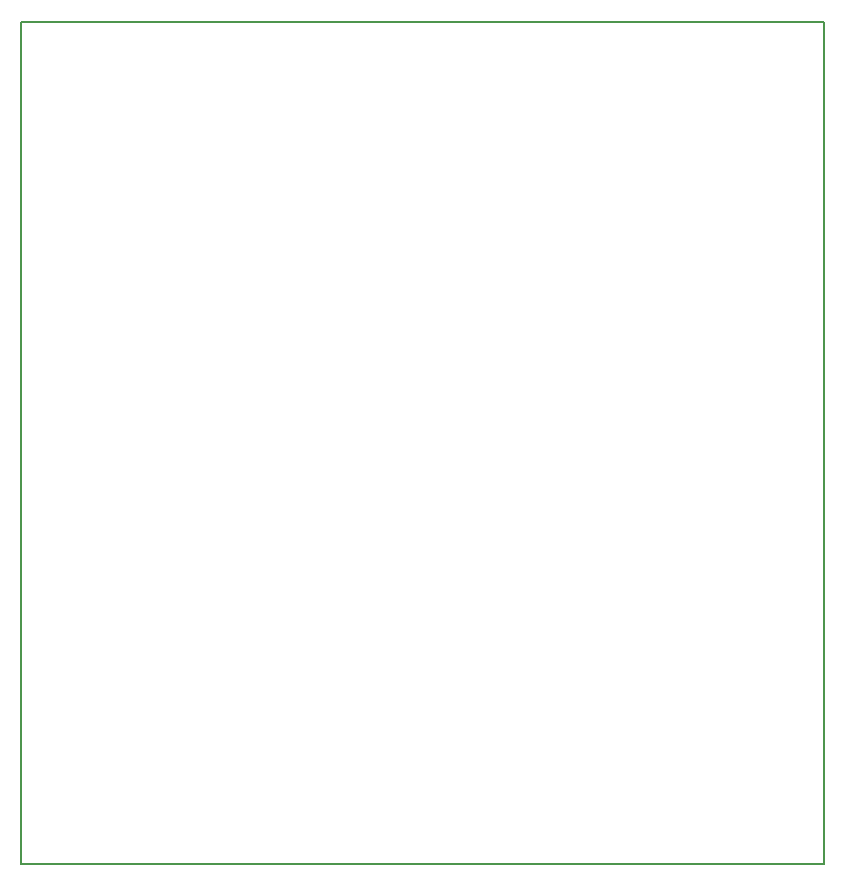
<source format=gm1>
G04 #@! TF.GenerationSoftware,KiCad,Pcbnew,(5.0.2)-1*
G04 #@! TF.CreationDate,2019-03-14T16:01:40+00:00*
G04 #@! TF.ProjectId,vca,7663612e-6b69-4636-9164-5f7063625858,rev?*
G04 #@! TF.SameCoordinates,Original*
G04 #@! TF.FileFunction,Profile,NP*
%FSLAX46Y46*%
G04 Gerber Fmt 4.6, Leading zero omitted, Abs format (unit mm)*
G04 Created by KiCad (PCBNEW (5.0.2)-1) date 14/03/2019 16:01:40*
%MOMM*%
%LPD*%
G01*
G04 APERTURE LIST*
%ADD10C,0.200000*%
G04 APERTURE END LIST*
D10*
X57658000Y-107061000D02*
X125603000Y-107061000D01*
X125603000Y-35814000D02*
X57658000Y-35814000D01*
X125603000Y-107061000D02*
X125603000Y-35814000D01*
X57658000Y-35814000D02*
X57658000Y-107061000D01*
M02*

</source>
